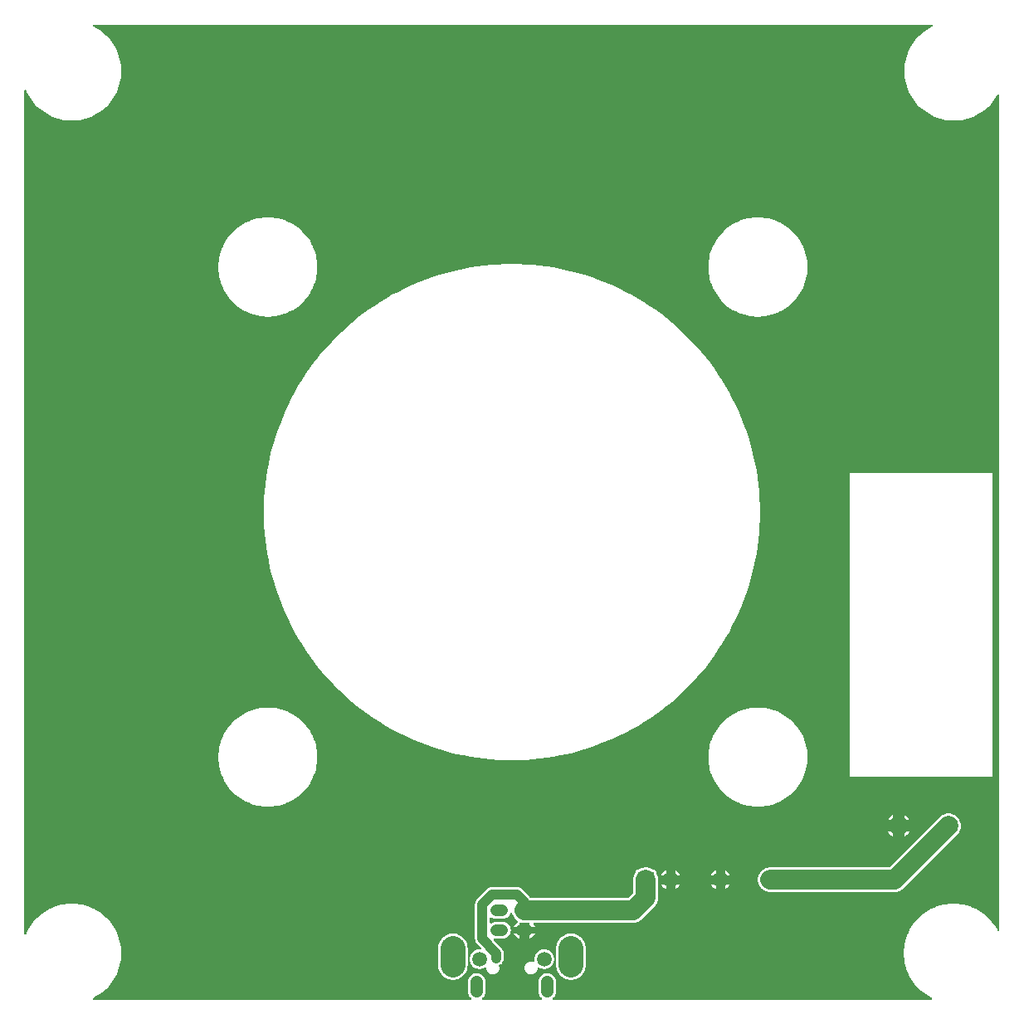
<source format=gbl>
G04 Layer: BottomLayer*
G04 EasyEDA v6.5.1, 2022-08-30 01:02:35*
G04 a67cddfb3fce44daa9051d46cbbcc19f,10*
G04 Gerber Generator version 0.2*
G04 Scale: 100 percent, Rotated: No, Reflected: No *
G04 Dimensions in millimeters *
G04 leading zeros omitted , absolute positions ,4 integer and 5 decimal *
%FSLAX45Y45*%
%MOMM*%

%ADD11C,1.0000*%
%ADD12C,2.0000*%
%ADD13C,0.6096*%
%ADD14C,0.6100*%
%ADD17C,1.6000*%
%ADD18C,1.5000*%
%ADD19C,1.1999*%
%ADD20C,2.5001*%
%ADD21C,1.3000*%

%LPD*%
G36*
X736041Y25908D02*
G01*
X732231Y26670D01*
X728929Y28803D01*
X726744Y32004D01*
X725881Y35864D01*
X726541Y39674D01*
X728624Y43027D01*
X731774Y45313D01*
X735380Y46939D01*
X762812Y61722D01*
X789279Y78130D01*
X814730Y96164D01*
X838962Y115722D01*
X861923Y136702D01*
X883615Y159105D01*
X903833Y182778D01*
X922578Y207670D01*
X939749Y233629D01*
X955294Y260654D01*
X969111Y288544D01*
X981202Y317246D01*
X991514Y346659D01*
X999998Y376631D01*
X1006602Y407060D01*
X1011275Y437845D01*
X1014120Y468884D01*
X1014984Y499973D01*
X1014120Y531114D01*
X1011275Y562152D01*
X1006602Y592937D01*
X999998Y623366D01*
X991514Y653338D01*
X981202Y682752D01*
X969111Y711454D01*
X955294Y739343D01*
X939749Y766368D01*
X922578Y792327D01*
X903833Y817219D01*
X883615Y840892D01*
X861923Y863295D01*
X838962Y884275D01*
X814730Y903833D01*
X789279Y921867D01*
X762812Y938276D01*
X735380Y953008D01*
X707136Y966063D01*
X678078Y977341D01*
X648411Y986790D01*
X618185Y994410D01*
X587552Y1000150D01*
X556666Y1003960D01*
X525576Y1005890D01*
X494436Y1005890D01*
X463346Y1003960D01*
X432409Y1000150D01*
X401828Y994410D01*
X371602Y986790D01*
X341934Y977341D01*
X312877Y966063D01*
X284632Y953008D01*
X257200Y938276D01*
X230733Y921867D01*
X205282Y903833D01*
X181051Y884275D01*
X158038Y863295D01*
X136398Y840892D01*
X116179Y817219D01*
X97434Y792327D01*
X80264Y766368D01*
X64719Y739343D01*
X50901Y711454D01*
X45415Y698500D01*
X43230Y695198D01*
X39928Y693013D01*
X36017Y692251D01*
X32156Y693064D01*
X28854Y695248D01*
X26670Y698550D01*
X25908Y702411D01*
X25908Y9297568D01*
X26670Y9301429D01*
X28854Y9304731D01*
X32156Y9306915D01*
X36017Y9307728D01*
X39928Y9306966D01*
X43230Y9304782D01*
X45415Y9301480D01*
X50901Y9288526D01*
X64719Y9260636D01*
X80264Y9233662D01*
X97434Y9207652D01*
X116179Y9182760D01*
X136398Y9159087D01*
X158038Y9136684D01*
X181051Y9115704D01*
X205282Y9096146D01*
X230733Y9078112D01*
X257200Y9061704D01*
X284632Y9046972D01*
X312877Y9033916D01*
X341934Y9022638D01*
X371602Y9013190D01*
X401828Y9005570D01*
X432409Y8999880D01*
X463346Y8996019D01*
X494436Y8994089D01*
X525576Y8994089D01*
X556666Y8996019D01*
X587552Y8999880D01*
X618185Y9005570D01*
X648411Y9013190D01*
X678078Y9022638D01*
X707136Y9033916D01*
X735380Y9046972D01*
X762812Y9061704D01*
X789279Y9078112D01*
X814730Y9096146D01*
X838962Y9115704D01*
X861923Y9136684D01*
X883615Y9159087D01*
X903833Y9182760D01*
X922578Y9207652D01*
X939749Y9233662D01*
X955294Y9260636D01*
X969111Y9288526D01*
X981202Y9317228D01*
X991514Y9346641D01*
X999998Y9376613D01*
X1006602Y9407042D01*
X1011275Y9437827D01*
X1014120Y9468866D01*
X1014984Y9499955D01*
X1014120Y9531146D01*
X1011275Y9562134D01*
X1006602Y9592919D01*
X999998Y9623399D01*
X991514Y9653371D01*
X981202Y9682734D01*
X969111Y9711436D01*
X955294Y9739376D01*
X939749Y9766350D01*
X922578Y9792360D01*
X903833Y9817201D01*
X883615Y9840874D01*
X861923Y9863277D01*
X838962Y9884308D01*
X814730Y9903815D01*
X789279Y9921849D01*
X762812Y9938258D01*
X735380Y9953040D01*
X731774Y9954717D01*
X728573Y9957003D01*
X726541Y9960305D01*
X725881Y9964166D01*
X726694Y9967976D01*
X728929Y9971176D01*
X732180Y9973360D01*
X736041Y9974072D01*
X9284004Y9974072D01*
X9287814Y9973360D01*
X9291066Y9971176D01*
X9293301Y9967976D01*
X9294164Y9964166D01*
X9293453Y9960305D01*
X9291421Y9957003D01*
X9288221Y9954717D01*
X9284614Y9953040D01*
X9257182Y9938258D01*
X9230715Y9921849D01*
X9205315Y9903866D01*
X9181033Y9884308D01*
X9158071Y9863277D01*
X9136430Y9840874D01*
X9116161Y9817201D01*
X9097416Y9792360D01*
X9080246Y9766350D01*
X9064752Y9739376D01*
X9050883Y9711436D01*
X9038793Y9682734D01*
X9028480Y9653371D01*
X9020048Y9623399D01*
X9013444Y9592919D01*
X9008719Y9562134D01*
X9005925Y9531146D01*
X9005011Y9500006D01*
X9005925Y9468866D01*
X9008719Y9437827D01*
X9013444Y9407042D01*
X9020048Y9376613D01*
X9028480Y9346641D01*
X9038793Y9317228D01*
X9050883Y9288526D01*
X9064752Y9260636D01*
X9080246Y9233662D01*
X9097416Y9207652D01*
X9116161Y9182760D01*
X9136430Y9159087D01*
X9158071Y9136684D01*
X9181033Y9115704D01*
X9205315Y9096146D01*
X9230715Y9078112D01*
X9257182Y9061704D01*
X9284614Y9046972D01*
X9312910Y9033916D01*
X9341916Y9022638D01*
X9371634Y9013190D01*
X9401810Y9005570D01*
X9432442Y8999880D01*
X9463328Y8996019D01*
X9494418Y8994089D01*
X9525558Y8994089D01*
X9556648Y8996019D01*
X9587585Y8999880D01*
X9618167Y9005570D01*
X9648393Y9013190D01*
X9678060Y9022638D01*
X9707118Y9033916D01*
X9735413Y9046972D01*
X9762845Y9061704D01*
X9789312Y9078112D01*
X9814712Y9096146D01*
X9838944Y9115704D01*
X9861956Y9136684D01*
X9883597Y9159087D01*
X9903815Y9182760D01*
X9922560Y9207652D01*
X9939731Y9233662D01*
X9955123Y9260382D01*
X9958070Y9263634D01*
X9962134Y9265310D01*
X9966553Y9265107D01*
X9970465Y9263075D01*
X9973157Y9259620D01*
X9974072Y9255302D01*
X9974072Y734669D01*
X9973106Y730300D01*
X9970312Y726744D01*
X9966248Y724814D01*
X9961727Y724763D01*
X9957663Y726694D01*
X9954818Y730148D01*
X9950297Y739343D01*
X9934752Y766368D01*
X9917582Y792327D01*
X9898837Y817219D01*
X9878618Y840892D01*
X9856927Y863295D01*
X9833965Y884275D01*
X9809683Y903833D01*
X9784283Y921867D01*
X9757816Y938276D01*
X9730384Y953058D01*
X9702088Y966063D01*
X9673082Y977341D01*
X9643414Y986790D01*
X9613188Y994410D01*
X9582556Y1000150D01*
X9551670Y1003960D01*
X9520580Y1005890D01*
X9489440Y1005890D01*
X9458350Y1003960D01*
X9427413Y1000150D01*
X9396831Y994410D01*
X9366605Y986790D01*
X9336938Y977341D01*
X9307880Y966063D01*
X9279585Y953058D01*
X9252153Y938276D01*
X9225686Y921867D01*
X9200286Y903833D01*
X9176054Y884275D01*
X9153042Y863295D01*
X9131401Y840892D01*
X9111183Y817219D01*
X9092438Y792327D01*
X9075267Y766368D01*
X9059722Y739343D01*
X9045905Y711454D01*
X9033814Y682752D01*
X9023502Y653338D01*
X9015018Y623366D01*
X9008414Y592937D01*
X9003690Y562152D01*
X9000896Y531114D01*
X8999982Y500024D01*
X9000896Y468884D01*
X9003690Y437845D01*
X9008414Y407060D01*
X9015018Y376631D01*
X9023502Y346659D01*
X9033814Y317246D01*
X9045905Y288544D01*
X9059722Y260654D01*
X9075267Y233629D01*
X9092438Y207670D01*
X9111183Y182778D01*
X9131401Y159105D01*
X9153042Y136702D01*
X9176054Y115722D01*
X9200286Y96164D01*
X9225686Y78130D01*
X9252153Y61722D01*
X9279585Y46939D01*
X9283242Y45313D01*
X9286392Y43027D01*
X9288475Y39674D01*
X9289135Y35864D01*
X9288272Y32004D01*
X9286087Y28803D01*
X9282785Y26670D01*
X9278975Y25908D01*
X5422747Y25908D01*
X5418734Y26771D01*
X5415330Y29108D01*
X5413197Y32664D01*
X5412638Y36779D01*
X5413756Y40741D01*
X5416346Y43942D01*
X5422036Y48564D01*
X5430520Y57607D01*
X5437632Y67767D01*
X5443372Y78790D01*
X5447538Y90474D01*
X5450027Y102616D01*
X5450890Y115316D01*
X5450890Y204622D01*
X5450027Y217373D01*
X5447538Y229514D01*
X5443372Y241198D01*
X5437632Y252221D01*
X5430520Y262331D01*
X5422036Y271424D01*
X5412435Y279247D01*
X5401818Y285699D01*
X5390438Y290626D01*
X5378500Y293979D01*
X5366207Y295656D01*
X5353812Y295656D01*
X5341518Y293979D01*
X5329580Y290626D01*
X5318201Y285699D01*
X5307584Y279247D01*
X5297982Y271424D01*
X5289499Y262331D01*
X5282336Y252221D01*
X5276646Y241198D01*
X5272481Y229514D01*
X5269941Y217373D01*
X5269077Y204622D01*
X5269077Y115316D01*
X5269941Y102616D01*
X5272481Y90474D01*
X5276646Y78790D01*
X5282336Y67767D01*
X5289499Y57607D01*
X5297982Y48564D01*
X5303621Y43942D01*
X5306263Y40741D01*
X5307380Y36779D01*
X5306822Y32664D01*
X5304637Y29108D01*
X5301284Y26771D01*
X5297220Y25908D01*
X4702759Y25908D01*
X4698746Y26771D01*
X4695342Y29108D01*
X4693208Y32664D01*
X4692650Y36779D01*
X4693767Y40741D01*
X4696358Y43942D01*
X4702048Y48564D01*
X4710480Y57607D01*
X4717643Y67767D01*
X4723384Y78790D01*
X4727498Y90474D01*
X4730038Y102616D01*
X4730902Y115316D01*
X4730902Y204622D01*
X4730038Y217373D01*
X4727498Y229514D01*
X4723384Y241198D01*
X4717643Y252221D01*
X4710480Y262331D01*
X4702048Y271424D01*
X4692396Y279247D01*
X4681829Y285699D01*
X4670450Y290626D01*
X4658512Y293979D01*
X4646218Y295656D01*
X4633823Y295656D01*
X4621530Y293979D01*
X4609541Y290626D01*
X4598212Y285699D01*
X4587595Y279247D01*
X4577943Y271424D01*
X4569510Y262331D01*
X4562348Y252221D01*
X4556658Y241198D01*
X4552492Y229514D01*
X4549952Y217373D01*
X4549089Y204622D01*
X4549089Y115316D01*
X4549952Y102616D01*
X4552492Y90474D01*
X4556658Y78790D01*
X4562348Y67767D01*
X4569510Y57607D01*
X4577943Y48564D01*
X4583633Y43942D01*
X4586274Y40741D01*
X4587341Y36779D01*
X4586782Y32664D01*
X4584649Y29108D01*
X4581296Y26771D01*
X4577232Y25908D01*
G37*

%LPC*%
G36*
X7635290Y1124102D02*
G01*
X8903817Y1124102D01*
X8911590Y1124305D01*
X8919159Y1125016D01*
X8926677Y1126134D01*
X8934094Y1127760D01*
X8941460Y1129792D01*
X8948623Y1132281D01*
X8955684Y1135176D01*
X8962491Y1138529D01*
X8969146Y1142238D01*
X8975496Y1146403D01*
X8981643Y1150874D01*
X8987485Y1155750D01*
X8993124Y1161084D01*
X9542932Y1710893D01*
X9548215Y1716532D01*
X9553092Y1722374D01*
X9557613Y1728470D01*
X9561728Y1734870D01*
X9565487Y1741474D01*
X9568789Y1748332D01*
X9571736Y1755343D01*
X9574225Y1762556D01*
X9576257Y1769872D01*
X9577832Y1777339D01*
X9579000Y1784807D01*
X9579660Y1792427D01*
X9579914Y1799996D01*
X9579660Y1807616D01*
X9579000Y1815185D01*
X9577832Y1822704D01*
X9576257Y1830120D01*
X9574225Y1837486D01*
X9571736Y1844649D01*
X9568789Y1851660D01*
X9565487Y1858518D01*
X9561728Y1865122D01*
X9557613Y1871522D01*
X9553092Y1877669D01*
X9548215Y1883511D01*
X9543034Y1889048D01*
X9537496Y1894230D01*
X9531654Y1899107D01*
X9525508Y1903628D01*
X9519158Y1907743D01*
X9512503Y1911502D01*
X9505696Y1914804D01*
X9498634Y1917700D01*
X9491472Y1920189D01*
X9484106Y1922221D01*
X9476689Y1923846D01*
X9469170Y1924964D01*
X9461601Y1925675D01*
X9453981Y1925878D01*
X9446412Y1925675D01*
X9438843Y1924964D01*
X9431324Y1923846D01*
X9423857Y1922221D01*
X9416542Y1920189D01*
X9409328Y1917700D01*
X9402318Y1914804D01*
X9395510Y1911502D01*
X9388856Y1907743D01*
X9382455Y1903628D01*
X9376359Y1899107D01*
X9370517Y1894230D01*
X9364878Y1888947D01*
X8854795Y1378864D01*
X8851493Y1376680D01*
X8847632Y1375918D01*
X7635290Y1375918D01*
X7619847Y1374952D01*
X7604861Y1372209D01*
X7590383Y1367688D01*
X7576515Y1361490D01*
X7563510Y1353616D01*
X7551521Y1344218D01*
X7540752Y1333500D01*
X7531404Y1321511D01*
X7523530Y1308506D01*
X7517282Y1294638D01*
X7512761Y1280109D01*
X7510018Y1265174D01*
X7509103Y1249984D01*
X7510018Y1234846D01*
X7512761Y1219860D01*
X7517282Y1205382D01*
X7523530Y1191514D01*
X7531404Y1178509D01*
X7540752Y1166520D01*
X7551521Y1155750D01*
X7563510Y1146403D01*
X7576515Y1138529D01*
X7590383Y1132281D01*
X7604861Y1127760D01*
X7619847Y1125016D01*
G37*
G36*
X7494422Y6994093D02*
G01*
X7525562Y6994093D01*
X7556652Y6996023D01*
X7587589Y6999884D01*
X7618171Y7005574D01*
X7648397Y7013194D01*
X7678064Y7022642D01*
X7707122Y7033920D01*
X7735417Y7046975D01*
X7762849Y7061708D01*
X7789316Y7078116D01*
X7814716Y7096150D01*
X7838948Y7115708D01*
X7861960Y7136688D01*
X7883601Y7159091D01*
X7903819Y7182764D01*
X7922564Y7207656D01*
X7939735Y7233615D01*
X7955280Y7260640D01*
X7969097Y7288530D01*
X7981188Y7317231D01*
X7991500Y7346645D01*
X7999984Y7376617D01*
X8006588Y7407046D01*
X8011312Y7437831D01*
X8014106Y7468870D01*
X8015020Y7499959D01*
X8014106Y7531150D01*
X8011312Y7562138D01*
X8006588Y7592923D01*
X7999984Y7623352D01*
X7991500Y7653375D01*
X7981188Y7682738D01*
X7969097Y7711440D01*
X7955280Y7739329D01*
X7939735Y7766354D01*
X7922564Y7792313D01*
X7903819Y7817205D01*
X7883601Y7840878D01*
X7861960Y7863281D01*
X7838948Y7884312D01*
X7814716Y7903819D01*
X7789316Y7921853D01*
X7762849Y7938262D01*
X7735417Y7953044D01*
X7707122Y7966049D01*
X7678064Y7977327D01*
X7648397Y7986775D01*
X7618171Y7994396D01*
X7587589Y8000136D01*
X7556652Y8003946D01*
X7525562Y8005876D01*
X7494422Y8005876D01*
X7463332Y8003946D01*
X7432446Y8000136D01*
X7401814Y7994396D01*
X7371638Y7986775D01*
X7341920Y7977327D01*
X7312914Y7966049D01*
X7284618Y7953044D01*
X7257186Y7938262D01*
X7230719Y7921853D01*
X7205319Y7903819D01*
X7181037Y7884312D01*
X7158075Y7863281D01*
X7136384Y7840878D01*
X7116165Y7817205D01*
X7097420Y7792313D01*
X7080250Y7766354D01*
X7064756Y7739329D01*
X7050887Y7711440D01*
X7038797Y7682738D01*
X7028484Y7653375D01*
X7020052Y7623352D01*
X7013448Y7592923D01*
X7008723Y7562138D01*
X7005878Y7531150D01*
X7005015Y7500010D01*
X7005878Y7468870D01*
X7008723Y7437831D01*
X7013448Y7407046D01*
X7020052Y7376617D01*
X7028484Y7346645D01*
X7038797Y7317231D01*
X7050887Y7288530D01*
X7064756Y7260640D01*
X7080250Y7233615D01*
X7097420Y7207656D01*
X7116165Y7182764D01*
X7136384Y7159091D01*
X7158075Y7136688D01*
X7181037Y7115708D01*
X7205319Y7096150D01*
X7230719Y7078116D01*
X7257186Y7061708D01*
X7284618Y7046975D01*
X7312914Y7033920D01*
X7341920Y7022642D01*
X7371638Y7013194D01*
X7401814Y7005574D01*
X7432446Y6999884D01*
X7463332Y6996023D01*
G37*
G36*
X5602478Y228600D02*
G01*
X5619394Y229565D01*
X5636056Y232410D01*
X5652363Y237083D01*
X5667959Y243535D01*
X5682792Y251764D01*
X5696559Y261518D01*
X5709208Y272796D01*
X5720486Y285445D01*
X5730290Y299212D01*
X5738469Y314045D01*
X5744921Y329692D01*
X5749594Y345948D01*
X5752439Y362610D01*
X5753404Y379780D01*
X5753404Y549198D01*
X5752439Y566369D01*
X5749594Y583082D01*
X5744921Y599338D01*
X5738469Y614984D01*
X5730290Y629767D01*
X5720486Y643585D01*
X5709208Y656183D01*
X5696559Y667461D01*
X5682792Y677265D01*
X5667959Y685444D01*
X5652363Y691946D01*
X5636056Y696620D01*
X5619394Y699465D01*
X5602478Y700379D01*
X5585612Y699465D01*
X5568899Y696620D01*
X5552643Y691946D01*
X5537047Y685444D01*
X5522214Y677265D01*
X5508396Y667461D01*
X5495798Y656183D01*
X5484520Y643585D01*
X5474716Y629767D01*
X5466537Y614984D01*
X5460085Y599338D01*
X5455361Y583082D01*
X5452567Y566369D01*
X5451602Y549198D01*
X5451602Y379780D01*
X5452567Y362610D01*
X5455361Y345948D01*
X5460085Y329692D01*
X5466537Y314045D01*
X5474716Y299212D01*
X5484520Y285445D01*
X5495798Y272796D01*
X5508396Y261518D01*
X5522214Y251764D01*
X5537047Y243535D01*
X5552643Y237083D01*
X5568899Y232410D01*
X5585612Y229565D01*
G37*
G36*
X4397502Y228600D02*
G01*
X4414418Y229565D01*
X4431080Y232410D01*
X4447336Y237083D01*
X4462983Y243535D01*
X4477766Y251764D01*
X4491583Y261518D01*
X4504182Y272796D01*
X4515459Y285445D01*
X4525264Y299212D01*
X4533442Y314045D01*
X4539945Y329692D01*
X4544618Y345948D01*
X4547463Y362610D01*
X4548428Y379780D01*
X4548428Y549198D01*
X4547463Y566369D01*
X4544618Y583082D01*
X4539945Y599338D01*
X4533442Y614984D01*
X4525264Y629767D01*
X4515459Y643585D01*
X4504182Y656183D01*
X4491583Y667461D01*
X4477766Y677265D01*
X4462983Y685444D01*
X4447336Y691946D01*
X4431080Y696620D01*
X4414418Y699465D01*
X4397502Y700379D01*
X4380585Y699465D01*
X4363923Y696620D01*
X4347667Y691946D01*
X4332020Y685444D01*
X4317238Y677265D01*
X4303420Y667461D01*
X4290822Y656183D01*
X4279544Y643585D01*
X4269740Y629767D01*
X4261561Y614984D01*
X4255058Y599338D01*
X4250385Y583082D01*
X4247540Y566369D01*
X4246575Y549198D01*
X4246575Y379780D01*
X4247540Y362610D01*
X4250385Y345948D01*
X4255058Y329692D01*
X4261561Y314045D01*
X4269740Y299212D01*
X4279544Y285445D01*
X4290822Y272796D01*
X4303420Y261518D01*
X4317238Y251764D01*
X4332020Y243535D01*
X4347667Y237083D01*
X4363923Y232410D01*
X4380585Y229565D01*
G37*
G36*
X5192420Y284226D02*
G01*
X5202986Y284632D01*
X5213400Y286766D01*
X5223306Y290525D01*
X5232501Y295808D01*
X5240680Y302514D01*
X5247741Y310438D01*
X5253380Y319430D01*
X5257546Y329184D01*
X5260086Y339445D01*
X5260695Y346862D01*
X5261813Y350774D01*
X5264302Y353872D01*
X5267858Y355803D01*
X5271871Y356158D01*
X5275681Y354990D01*
X5287518Y348488D01*
X5300116Y343662D01*
X5313222Y340512D01*
X5326634Y339191D01*
X5340096Y339648D01*
X5353405Y341884D01*
X5366258Y345846D01*
X5378500Y351536D01*
X5389829Y358800D01*
X5400141Y367487D01*
X5409184Y377494D01*
X5416804Y388569D01*
X5422900Y400608D01*
X5427319Y413359D01*
X5429961Y426567D01*
X5430875Y439978D01*
X5429961Y453440D01*
X5427319Y466648D01*
X5422900Y479399D01*
X5416804Y491439D01*
X5409184Y502513D01*
X5400141Y512521D01*
X5389829Y521208D01*
X5378500Y528472D01*
X5366258Y534162D01*
X5353405Y538124D01*
X5340096Y540359D01*
X5326634Y540816D01*
X5313222Y539496D01*
X5300116Y536346D01*
X5287518Y531520D01*
X5275732Y525018D01*
X5264861Y517042D01*
X5255158Y507695D01*
X5246827Y497078D01*
X5239969Y485495D01*
X5234686Y473100D01*
X5231130Y460095D01*
X5229352Y446735D01*
X5229352Y433273D01*
X5230774Y422757D01*
X5230469Y418592D01*
X5228488Y414934D01*
X5225237Y412343D01*
X5221173Y411276D01*
X5217058Y411937D01*
X5213400Y413308D01*
X5202986Y415442D01*
X5192420Y415848D01*
X5181904Y414578D01*
X5171694Y411632D01*
X5162143Y407111D01*
X5153406Y401066D01*
X5145735Y393700D01*
X5139385Y385267D01*
X5134457Y375869D01*
X5131104Y365810D01*
X5129377Y355346D01*
X5129377Y344728D01*
X5131104Y334264D01*
X5134457Y324205D01*
X5139385Y314807D01*
X5145735Y306374D01*
X5153406Y299008D01*
X5162143Y292963D01*
X5171694Y288442D01*
X5181904Y285496D01*
G37*
G36*
X4802276Y284226D02*
G01*
X4812842Y284632D01*
X4823256Y286766D01*
X4833162Y290525D01*
X4842357Y295808D01*
X4850536Y302514D01*
X4857597Y310438D01*
X4863236Y319430D01*
X4867402Y329184D01*
X4869942Y339445D01*
X4870805Y350012D01*
X4869942Y360629D01*
X4867554Y370332D01*
X4867300Y373735D01*
X4868214Y377088D01*
X4870196Y379882D01*
X4872990Y381914D01*
X4877917Y384302D01*
X4887315Y390652D01*
X4895646Y398373D01*
X4902708Y407263D01*
X4908346Y417068D01*
X4912512Y427634D01*
X4915052Y438708D01*
X4915916Y450392D01*
X4915916Y499618D01*
X4915052Y511301D01*
X4912512Y522376D01*
X4908346Y532942D01*
X4902708Y542747D01*
X4895240Y552094D01*
X4818583Y634187D01*
X4816398Y637844D01*
X4815890Y642112D01*
X4817160Y646176D01*
X4820005Y649325D01*
X4823917Y651103D01*
X4828184Y651052D01*
X4830775Y650494D01*
X4843373Y649579D01*
X4902657Y649579D01*
X4915255Y650494D01*
X4927193Y653084D01*
X4938674Y657402D01*
X4949444Y663244D01*
X4959248Y670610D01*
X4967935Y679246D01*
X4975250Y689051D01*
X4981143Y699820D01*
X4985410Y711301D01*
X4988001Y723290D01*
X4988864Y735482D01*
X4988001Y747725D01*
X4985410Y759714D01*
X4981143Y771194D01*
X4975250Y781913D01*
X4967935Y791718D01*
X4959248Y800404D01*
X4949444Y807770D01*
X4938674Y813612D01*
X4927193Y817880D01*
X4915255Y820521D01*
X4902657Y821385D01*
X4843373Y821385D01*
X4830775Y820521D01*
X4818786Y817880D01*
X4807305Y813612D01*
X4796586Y807770D01*
X4792167Y804468D01*
X4788103Y802640D01*
X4783632Y802741D01*
X4779670Y804722D01*
X4776927Y808228D01*
X4775911Y812596D01*
X4775911Y858418D01*
X4776927Y862787D01*
X4779670Y866292D01*
X4783632Y868273D01*
X4788103Y868375D01*
X4792167Y866546D01*
X4796586Y863244D01*
X4807305Y857402D01*
X4818786Y853084D01*
X4830775Y850493D01*
X4843373Y849579D01*
X4902657Y849579D01*
X4915255Y850493D01*
X4927193Y853084D01*
X4938674Y857402D01*
X4949444Y863244D01*
X4959248Y870610D01*
X4967935Y879246D01*
X4975250Y889050D01*
X4981143Y899820D01*
X4984800Y909675D01*
X4987188Y913333D01*
X4990846Y915669D01*
X4995214Y916228D01*
X4999380Y914908D01*
X5002631Y911961D01*
X5004308Y907948D01*
X5004765Y905408D01*
X5009286Y890930D01*
X5015534Y877062D01*
X5023408Y864057D01*
X5032756Y852068D01*
X5043525Y841298D01*
X5055514Y831951D01*
X5059070Y829767D01*
X5062169Y826871D01*
X5063794Y823010D01*
X5063693Y818743D01*
X5061864Y814933D01*
X5058664Y812190D01*
X5050586Y807770D01*
X5040731Y800404D01*
X5032095Y791718D01*
X5024729Y781913D01*
X5019243Y771855D01*
X5075631Y771855D01*
X5075631Y806145D01*
X5076342Y809853D01*
X5078374Y813053D01*
X5081422Y815289D01*
X5085080Y816254D01*
X5088839Y815848D01*
X5096865Y813308D01*
X5111851Y810564D01*
X5127294Y809650D01*
X5168188Y809650D01*
X5172100Y808888D01*
X5175351Y806653D01*
X5177586Y803351D01*
X5178348Y799490D01*
X5178348Y771855D01*
X5234736Y771855D01*
X5229250Y781913D01*
X5219141Y795578D01*
X5218379Y799490D01*
X5219141Y803351D01*
X5221376Y806653D01*
X5224627Y808888D01*
X5228539Y809650D01*
X6235293Y809650D01*
X6243066Y809853D01*
X6250635Y810564D01*
X6258153Y811682D01*
X6265570Y813308D01*
X6272936Y815340D01*
X6280099Y817829D01*
X6287109Y820724D01*
X6293967Y824077D01*
X6300571Y827786D01*
X6306972Y831951D01*
X6313119Y836421D01*
X6318961Y841298D01*
X6324600Y846632D01*
X6453936Y975969D01*
X6459220Y981608D01*
X6464096Y987450D01*
X6468618Y993546D01*
X6472732Y999947D01*
X6476492Y1006602D01*
X6479794Y1013409D01*
X6482740Y1020419D01*
X6485178Y1027633D01*
X6487261Y1034948D01*
X6488836Y1042416D01*
X6490004Y1049934D01*
X6490665Y1057503D01*
X6490919Y1065225D01*
X6490919Y1249680D01*
X6489954Y1265174D01*
X6487210Y1280109D01*
X6482689Y1294638D01*
X6476492Y1308506D01*
X6472377Y1315262D01*
X6471259Y1317802D01*
X6470904Y1320546D01*
X6470904Y1329436D01*
X6470192Y1335735D01*
X6468262Y1341221D01*
X6465214Y1346098D01*
X6461099Y1350213D01*
X6456222Y1353261D01*
X6450736Y1355191D01*
X6444437Y1355902D01*
X6435547Y1355902D01*
X6432804Y1356258D01*
X6430264Y1357376D01*
X6423507Y1361490D01*
X6409639Y1367688D01*
X6395110Y1372209D01*
X6380175Y1374952D01*
X6364986Y1375867D01*
X6349847Y1374952D01*
X6334861Y1372209D01*
X6320383Y1367688D01*
X6306515Y1361490D01*
X6299708Y1357376D01*
X6297218Y1356258D01*
X6294475Y1355902D01*
X6285585Y1355902D01*
X6279235Y1355191D01*
X6273800Y1353261D01*
X6268872Y1350213D01*
X6264808Y1346098D01*
X6261709Y1341221D01*
X6259830Y1335735D01*
X6259118Y1329436D01*
X6259118Y1320546D01*
X6258712Y1317802D01*
X6257645Y1315262D01*
X6253530Y1308506D01*
X6247282Y1294638D01*
X6242761Y1280109D01*
X6240018Y1265174D01*
X6239103Y1249680D01*
X6239103Y1121460D01*
X6238341Y1117549D01*
X6236106Y1114247D01*
X6186271Y1064412D01*
X6182969Y1062228D01*
X6179108Y1061466D01*
X5198110Y1061466D01*
X5194909Y1061974D01*
X5192064Y1063447D01*
X5189778Y1065733D01*
X5188153Y1068019D01*
X5182514Y1074877D01*
X5101793Y1155598D01*
X5092954Y1162659D01*
X5085334Y1167282D01*
X5083149Y1168400D01*
X5074920Y1171803D01*
X5072583Y1172565D01*
X5063947Y1174699D01*
X5061508Y1175105D01*
X5052669Y1175918D01*
X4797450Y1175918D01*
X4788611Y1175105D01*
X4786172Y1174699D01*
X4777536Y1172565D01*
X4775200Y1171803D01*
X4766970Y1168400D01*
X4764786Y1167282D01*
X4757166Y1162659D01*
X4748326Y1155598D01*
X4644491Y1051763D01*
X4637430Y1042924D01*
X4632807Y1035303D01*
X4631690Y1033119D01*
X4628286Y1024890D01*
X4627524Y1022553D01*
X4625390Y1013917D01*
X4624984Y1011478D01*
X4624171Y1002639D01*
X4624120Y650341D01*
X4624984Y638657D01*
X4627524Y627634D01*
X4631639Y617067D01*
X4637328Y607263D01*
X4644796Y597916D01*
X4682337Y557631D01*
X4684471Y554278D01*
X4685080Y550367D01*
X4684166Y546506D01*
X4681880Y543306D01*
X4678527Y541223D01*
X4674616Y540562D01*
X4666640Y540816D01*
X4653229Y539496D01*
X4640122Y536346D01*
X4627524Y531520D01*
X4615738Y525018D01*
X4604867Y517042D01*
X4595164Y507695D01*
X4586833Y497078D01*
X4579975Y485495D01*
X4574692Y473100D01*
X4571136Y460095D01*
X4569358Y446735D01*
X4569358Y433273D01*
X4571136Y419912D01*
X4574692Y406908D01*
X4579975Y394512D01*
X4586833Y382930D01*
X4595164Y372313D01*
X4604867Y362966D01*
X4615738Y354990D01*
X4627524Y348488D01*
X4640122Y343662D01*
X4653229Y340512D01*
X4666640Y339191D01*
X4680102Y339648D01*
X4693412Y341884D01*
X4706264Y345846D01*
X4718507Y351536D01*
X4723638Y354838D01*
X4727651Y356311D01*
X4731969Y356006D01*
X4735779Y353923D01*
X4738319Y350469D01*
X4739233Y346252D01*
X4739233Y344728D01*
X4740960Y334264D01*
X4744313Y324205D01*
X4749241Y314807D01*
X4755591Y306374D01*
X4763262Y299008D01*
X4771999Y292963D01*
X4781550Y288442D01*
X4791760Y285496D01*
G37*
G36*
X2494432Y6994093D02*
G01*
X2525572Y6994093D01*
X2556662Y6996023D01*
X2587599Y6999884D01*
X2618181Y7005574D01*
X2648407Y7013194D01*
X2678074Y7022642D01*
X2707132Y7033920D01*
X2735376Y7046975D01*
X2762808Y7061708D01*
X2789275Y7078116D01*
X2814726Y7096150D01*
X2838958Y7115708D01*
X2861970Y7136688D01*
X2883611Y7159091D01*
X2903829Y7182764D01*
X2922574Y7207656D01*
X2939745Y7233615D01*
X2955290Y7260640D01*
X2969107Y7288530D01*
X2981198Y7317231D01*
X2991510Y7346645D01*
X2999994Y7376617D01*
X3006598Y7407046D01*
X3011322Y7437831D01*
X3014116Y7468870D01*
X3014980Y7499959D01*
X3014116Y7531150D01*
X3011322Y7562138D01*
X3006598Y7592923D01*
X2999994Y7623352D01*
X2991510Y7653375D01*
X2981198Y7682738D01*
X2969107Y7711440D01*
X2955290Y7739329D01*
X2939745Y7766354D01*
X2922574Y7792313D01*
X2903829Y7817205D01*
X2883611Y7840878D01*
X2861970Y7863281D01*
X2838958Y7884312D01*
X2814726Y7903819D01*
X2789275Y7921853D01*
X2762808Y7938262D01*
X2735376Y7953044D01*
X2707132Y7966049D01*
X2678074Y7977327D01*
X2648407Y7986775D01*
X2618181Y7994396D01*
X2587599Y8000136D01*
X2556662Y8003946D01*
X2525572Y8005876D01*
X2494432Y8005876D01*
X2463342Y8003946D01*
X2432456Y8000136D01*
X2401824Y7994396D01*
X2371598Y7986775D01*
X2341930Y7977327D01*
X2312924Y7966049D01*
X2284628Y7953044D01*
X2257196Y7938262D01*
X2230729Y7921853D01*
X2205329Y7903819D01*
X2181047Y7884312D01*
X2158085Y7863281D01*
X2136394Y7840878D01*
X2116175Y7817205D01*
X2097430Y7792313D01*
X2080260Y7766354D01*
X2064715Y7739329D01*
X2050897Y7711440D01*
X2038807Y7682738D01*
X2028494Y7653375D01*
X2020011Y7623352D01*
X2013407Y7592923D01*
X2008733Y7562138D01*
X2005888Y7531150D01*
X2005025Y7500010D01*
X2005888Y7468870D01*
X2008733Y7437831D01*
X2013407Y7407046D01*
X2020011Y7376617D01*
X2028494Y7346645D01*
X2038807Y7317231D01*
X2050897Y7288530D01*
X2064715Y7260640D01*
X2080260Y7233615D01*
X2097430Y7207656D01*
X2116175Y7182764D01*
X2136394Y7159091D01*
X2158085Y7136688D01*
X2181047Y7115708D01*
X2205329Y7096150D01*
X2230729Y7078116D01*
X2257196Y7061708D01*
X2284628Y7046975D01*
X2312924Y7033920D01*
X2341930Y7022642D01*
X2371598Y7013194D01*
X2401824Y7005574D01*
X2432456Y6999884D01*
X2463342Y6996023D01*
G37*
G36*
X4999990Y2469083D02*
G01*
X5070957Y2470099D01*
X5141925Y2473096D01*
X5212740Y2478024D01*
X5283352Y2484983D01*
X5353812Y2493924D01*
X5423966Y2504846D01*
X5493766Y2517698D01*
X5563158Y2532532D01*
X5632145Y2549296D01*
X5700623Y2567990D01*
X5768594Y2588615D01*
X5835904Y2611120D01*
X5902553Y2635504D01*
X5968542Y2661767D01*
X6033719Y2689809D01*
X6098133Y2719730D01*
X6161633Y2751429D01*
X6224270Y2784906D01*
X6285890Y2820111D01*
X6346545Y2857042D01*
X6406083Y2895650D01*
X6464554Y2935884D01*
X6521856Y2977794D01*
X6577990Y3021279D01*
X6632854Y3066288D01*
X6686448Y3112871D01*
X6738721Y3160877D01*
X6789623Y3210356D01*
X6839102Y3261258D01*
X6887159Y3313531D01*
X6933692Y3367125D01*
X6978751Y3421989D01*
X7022236Y3478123D01*
X7064095Y3535426D01*
X7104380Y3593896D01*
X7142988Y3653485D01*
X7179919Y3714089D01*
X7215124Y3775760D01*
X7248550Y3838346D01*
X7280249Y3901897D01*
X7310170Y3966260D01*
X7338263Y4031487D01*
X7364475Y4097426D01*
X7388859Y4164076D01*
X7411364Y4231436D01*
X7431989Y4299356D01*
X7450683Y4367834D01*
X7467447Y4436821D01*
X7482281Y4506264D01*
X7495133Y4576064D01*
X7506055Y4646218D01*
X7514996Y4716627D01*
X7521956Y4787290D01*
X7526934Y4858105D01*
X7529931Y4929022D01*
X7530896Y4999990D01*
X7529931Y5070957D01*
X7526934Y5141925D01*
X7521956Y5212740D01*
X7514996Y5283352D01*
X7506055Y5353812D01*
X7495133Y5423966D01*
X7482281Y5493766D01*
X7467447Y5563158D01*
X7450683Y5632145D01*
X7431989Y5700623D01*
X7411364Y5768594D01*
X7388859Y5835904D01*
X7364475Y5902553D01*
X7338263Y5968542D01*
X7310170Y6033719D01*
X7280249Y6098133D01*
X7248550Y6161633D01*
X7215124Y6224270D01*
X7179919Y6285890D01*
X7142988Y6346545D01*
X7104380Y6406083D01*
X7064095Y6464554D01*
X7022236Y6521856D01*
X6978751Y6577990D01*
X6933692Y6632854D01*
X6887159Y6686448D01*
X6839102Y6738721D01*
X6789623Y6789623D01*
X6738721Y6839102D01*
X6686448Y6887159D01*
X6632854Y6933692D01*
X6577990Y6978751D01*
X6521856Y7022236D01*
X6464554Y7064095D01*
X6406083Y7104380D01*
X6346545Y7142988D01*
X6285890Y7179919D01*
X6224270Y7215124D01*
X6161633Y7248550D01*
X6098133Y7280249D01*
X6033719Y7310170D01*
X5968542Y7338263D01*
X5902553Y7364475D01*
X5835904Y7388859D01*
X5768594Y7411364D01*
X5700623Y7431989D01*
X5632145Y7450683D01*
X5563158Y7467447D01*
X5493766Y7482281D01*
X5423966Y7495133D01*
X5353812Y7506055D01*
X5283352Y7514996D01*
X5212740Y7521956D01*
X5141925Y7526934D01*
X5070957Y7529931D01*
X4999990Y7530896D01*
X4929022Y7529931D01*
X4858105Y7526934D01*
X4787290Y7521956D01*
X4716627Y7514996D01*
X4646218Y7506055D01*
X4576064Y7495133D01*
X4506264Y7482281D01*
X4436821Y7467447D01*
X4367834Y7450683D01*
X4299356Y7431989D01*
X4231436Y7411364D01*
X4164076Y7388859D01*
X4097426Y7364475D01*
X4031487Y7338263D01*
X3966260Y7310170D01*
X3901897Y7280249D01*
X3838346Y7248550D01*
X3775760Y7215124D01*
X3714089Y7179919D01*
X3653485Y7142988D01*
X3593896Y7104380D01*
X3535426Y7064095D01*
X3478123Y7022236D01*
X3421989Y6978751D01*
X3367125Y6933692D01*
X3313531Y6887159D01*
X3261258Y6839102D01*
X3210356Y6789623D01*
X3160877Y6738721D01*
X3112871Y6686448D01*
X3066288Y6632854D01*
X3021279Y6577990D01*
X2977794Y6521856D01*
X2935884Y6464554D01*
X2895650Y6406083D01*
X2857042Y6346545D01*
X2820111Y6285890D01*
X2784906Y6224270D01*
X2751429Y6161633D01*
X2719730Y6098133D01*
X2689809Y6033719D01*
X2661767Y5968542D01*
X2635504Y5902553D01*
X2611120Y5835904D01*
X2588615Y5768594D01*
X2567990Y5700623D01*
X2549296Y5632145D01*
X2532532Y5563158D01*
X2517698Y5493766D01*
X2504846Y5423966D01*
X2493924Y5353812D01*
X2484983Y5283352D01*
X2478024Y5212740D01*
X2473096Y5141925D01*
X2470099Y5070957D01*
X2469083Y4999990D01*
X2470099Y4929022D01*
X2473096Y4858105D01*
X2478024Y4787290D01*
X2484983Y4716627D01*
X2493924Y4646218D01*
X2504846Y4576064D01*
X2517698Y4506264D01*
X2532532Y4436821D01*
X2549296Y4367834D01*
X2567990Y4299356D01*
X2588615Y4231436D01*
X2611120Y4164076D01*
X2635504Y4097426D01*
X2661767Y4031487D01*
X2689809Y3966260D01*
X2719730Y3901897D01*
X2751429Y3838346D01*
X2784906Y3775760D01*
X2820111Y3714089D01*
X2857042Y3653485D01*
X2895650Y3593896D01*
X2935884Y3535426D01*
X2977794Y3478123D01*
X3021279Y3421989D01*
X3066288Y3367125D01*
X3112871Y3313531D01*
X3160877Y3261258D01*
X3210356Y3210356D01*
X3261258Y3160877D01*
X3313531Y3112871D01*
X3367125Y3066288D01*
X3421989Y3021279D01*
X3478123Y2977794D01*
X3535426Y2935884D01*
X3593896Y2895650D01*
X3653485Y2857042D01*
X3714089Y2820111D01*
X3775760Y2784906D01*
X3838346Y2751429D01*
X3901897Y2719730D01*
X3966260Y2689809D01*
X4031487Y2661767D01*
X4097426Y2635504D01*
X4164076Y2611120D01*
X4231436Y2588615D01*
X4299356Y2567990D01*
X4367834Y2549296D01*
X4436821Y2532532D01*
X4506264Y2517698D01*
X4576064Y2504846D01*
X4646218Y2493924D01*
X4716627Y2484983D01*
X4787290Y2478024D01*
X4858105Y2473096D01*
X4929022Y2470099D01*
G37*
G36*
X8450986Y2300020D02*
G01*
X9898989Y2300020D01*
X9900005Y2300986D01*
X9900005Y5398973D01*
X9898989Y5399989D01*
X8450986Y5399989D01*
X8450021Y5398973D01*
X8450021Y2300986D01*
X8450173Y2300173D01*
G37*
G36*
X7494422Y1994103D02*
G01*
X7525562Y1994103D01*
X7556652Y1996033D01*
X7587589Y1999843D01*
X7618171Y2005584D01*
X7648397Y2013204D01*
X7678064Y2022652D01*
X7707122Y2033930D01*
X7735417Y2046935D01*
X7762849Y2061718D01*
X7789316Y2078126D01*
X7814716Y2096160D01*
X7838948Y2115718D01*
X7861960Y2136698D01*
X7883601Y2159101D01*
X7903819Y2182774D01*
X7922564Y2207666D01*
X7939735Y2233625D01*
X7955280Y2260650D01*
X7969097Y2288540D01*
X7981188Y2317242D01*
X7991500Y2346655D01*
X7999984Y2376627D01*
X8006588Y2407056D01*
X8011312Y2437841D01*
X8014106Y2468880D01*
X8015020Y2499969D01*
X8014106Y2531110D01*
X8011312Y2562148D01*
X8006588Y2592933D01*
X7999984Y2623362D01*
X7991500Y2653334D01*
X7981188Y2682748D01*
X7969097Y2711450D01*
X7955280Y2739339D01*
X7939735Y2766364D01*
X7922564Y2792323D01*
X7903819Y2817215D01*
X7883601Y2840888D01*
X7861960Y2863291D01*
X7838948Y2884271D01*
X7814716Y2903829D01*
X7789316Y2921863D01*
X7762849Y2938272D01*
X7735417Y2953054D01*
X7707122Y2966059D01*
X7678064Y2977337D01*
X7648397Y2986786D01*
X7618171Y2994406D01*
X7587589Y3000146D01*
X7556652Y3003956D01*
X7525562Y3005886D01*
X7494422Y3005886D01*
X7463332Y3003956D01*
X7432446Y3000146D01*
X7401814Y2994406D01*
X7371638Y2986786D01*
X7341920Y2977337D01*
X7312914Y2966059D01*
X7284618Y2953054D01*
X7257186Y2938272D01*
X7230719Y2921863D01*
X7205319Y2903829D01*
X7181037Y2884271D01*
X7158075Y2863291D01*
X7136384Y2840888D01*
X7116165Y2817215D01*
X7097420Y2792323D01*
X7080250Y2766364D01*
X7064756Y2739339D01*
X7050887Y2711450D01*
X7038797Y2682748D01*
X7028484Y2653334D01*
X7020052Y2623362D01*
X7013448Y2592933D01*
X7008723Y2562148D01*
X7005878Y2531110D01*
X7005015Y2500020D01*
X7005878Y2468880D01*
X7008723Y2437841D01*
X7013448Y2407056D01*
X7020052Y2376627D01*
X7028484Y2346655D01*
X7038797Y2317242D01*
X7050887Y2288540D01*
X7064756Y2260650D01*
X7080250Y2233625D01*
X7097420Y2207666D01*
X7116165Y2182774D01*
X7136384Y2159101D01*
X7158075Y2136698D01*
X7181037Y2115718D01*
X7205319Y2096160D01*
X7230719Y2078126D01*
X7257186Y2061718D01*
X7284618Y2046935D01*
X7312914Y2033930D01*
X7341920Y2022652D01*
X7371638Y2013204D01*
X7401814Y2005584D01*
X7432446Y1999843D01*
X7463332Y1996033D01*
G37*
G36*
X2494432Y1994103D02*
G01*
X2525572Y1994103D01*
X2556662Y1996033D01*
X2587599Y1999843D01*
X2618181Y2005584D01*
X2648407Y2013204D01*
X2678074Y2022652D01*
X2707132Y2033930D01*
X2735376Y2046935D01*
X2762808Y2061718D01*
X2789275Y2078126D01*
X2814726Y2096160D01*
X2838958Y2115718D01*
X2861970Y2136698D01*
X2883611Y2159101D01*
X2903829Y2182774D01*
X2922574Y2207666D01*
X2939745Y2233625D01*
X2955290Y2260650D01*
X2969107Y2288540D01*
X2981198Y2317242D01*
X2991510Y2346655D01*
X2999994Y2376627D01*
X3006598Y2407056D01*
X3011322Y2437841D01*
X3014116Y2468880D01*
X3014980Y2499969D01*
X3014116Y2531110D01*
X3011322Y2562148D01*
X3006598Y2592933D01*
X2999994Y2623362D01*
X2991510Y2653334D01*
X2981198Y2682748D01*
X2969107Y2711450D01*
X2955290Y2739339D01*
X2939745Y2766364D01*
X2922574Y2792323D01*
X2903829Y2817215D01*
X2883611Y2840888D01*
X2861970Y2863291D01*
X2838958Y2884271D01*
X2814726Y2903829D01*
X2789275Y2921863D01*
X2762808Y2938272D01*
X2735376Y2953054D01*
X2707132Y2966059D01*
X2678074Y2977337D01*
X2648407Y2986786D01*
X2618181Y2994406D01*
X2587599Y3000146D01*
X2556662Y3003956D01*
X2525572Y3005886D01*
X2494432Y3005886D01*
X2463342Y3003956D01*
X2432456Y3000146D01*
X2401824Y2994406D01*
X2371598Y2986786D01*
X2341930Y2977337D01*
X2312924Y2966059D01*
X2284628Y2953054D01*
X2257196Y2938272D01*
X2230729Y2921863D01*
X2205329Y2903829D01*
X2181047Y2884271D01*
X2158085Y2863291D01*
X2136394Y2840888D01*
X2116175Y2817215D01*
X2097430Y2792323D01*
X2080260Y2766364D01*
X2064715Y2739339D01*
X2050897Y2711450D01*
X2038807Y2682748D01*
X2028494Y2653334D01*
X2020011Y2623362D01*
X2013407Y2592933D01*
X2008733Y2562148D01*
X2005888Y2531110D01*
X2005025Y2500020D01*
X2005888Y2468880D01*
X2008733Y2437841D01*
X2013407Y2407056D01*
X2020011Y2376627D01*
X2028494Y2346655D01*
X2038807Y2317242D01*
X2050897Y2288540D01*
X2064715Y2260650D01*
X2080260Y2233625D01*
X2097430Y2207666D01*
X2116175Y2182774D01*
X2136394Y2159101D01*
X2158085Y2136698D01*
X2181047Y2115718D01*
X2205329Y2096160D01*
X2230729Y2078126D01*
X2257196Y2061718D01*
X2284628Y2046935D01*
X2312924Y2033930D01*
X2341930Y2022652D01*
X2371598Y2013204D01*
X2401824Y2005584D01*
X2432456Y1999843D01*
X2463342Y1996033D01*
G37*
G36*
X5178348Y652475D02*
G01*
X5181193Y653084D01*
X5192674Y657402D01*
X5203444Y663244D01*
X5213248Y670610D01*
X5221935Y679246D01*
X5229250Y689051D01*
X5234736Y699160D01*
X5178348Y699160D01*
G37*
G36*
X5075631Y652475D02*
G01*
X5075631Y699160D01*
X5019243Y699160D01*
X5024729Y689051D01*
X5032095Y679246D01*
X5040731Y670610D01*
X5050586Y663244D01*
X5061305Y657402D01*
X5072786Y653084D01*
G37*
G36*
X8833561Y1856333D02*
G01*
X8889644Y1856333D01*
X8889644Y1912416D01*
X8887510Y1911451D01*
X8874506Y1903628D01*
X8862517Y1894230D01*
X8851747Y1883460D01*
X8842400Y1871522D01*
X8834526Y1858518D01*
G37*
G36*
X9002369Y1856333D02*
G01*
X9058452Y1856333D01*
X9057487Y1858518D01*
X9049613Y1871522D01*
X9040215Y1883460D01*
X9029496Y1894230D01*
X9017508Y1903628D01*
X9004503Y1911451D01*
X9002369Y1912416D01*
G37*
G36*
X8889644Y1687575D02*
G01*
X8889644Y1743659D01*
X8833561Y1743659D01*
X8834526Y1741474D01*
X8842400Y1728470D01*
X8851747Y1716532D01*
X8862517Y1705762D01*
X8874506Y1696415D01*
X8887510Y1688541D01*
G37*
G36*
X9002369Y1687575D02*
G01*
X9004503Y1688541D01*
X9017508Y1696415D01*
X9029496Y1705762D01*
X9040215Y1716532D01*
X9049613Y1728470D01*
X9057487Y1741474D01*
X9058452Y1743659D01*
X9002369Y1743659D01*
G37*
G36*
X7173366Y1296365D02*
G01*
X7221931Y1296365D01*
X7218680Y1302918D01*
X7211009Y1314450D01*
X7201865Y1324864D01*
X7191451Y1334008D01*
X7179919Y1341678D01*
X7173366Y1344930D01*
G37*
G36*
X6524040Y1296365D02*
G01*
X6572656Y1296365D01*
X6572656Y1344930D01*
X6566052Y1341678D01*
X6554520Y1334008D01*
X6544106Y1324864D01*
X6535013Y1314450D01*
X6527292Y1302918D01*
G37*
G36*
X7032040Y1296365D02*
G01*
X7080656Y1296365D01*
X7080656Y1344930D01*
X7074052Y1341678D01*
X7062520Y1334008D01*
X7052106Y1324864D01*
X7043013Y1314450D01*
X7035292Y1302918D01*
G37*
G36*
X6665366Y1296365D02*
G01*
X6713931Y1296365D01*
X6710680Y1302918D01*
X6703009Y1314450D01*
X6693865Y1324864D01*
X6683451Y1334008D01*
X6671919Y1341678D01*
X6665366Y1344930D01*
G37*
G36*
X6572656Y1155039D02*
G01*
X6572656Y1203655D01*
X6524040Y1203655D01*
X6527292Y1197051D01*
X6535013Y1185519D01*
X6544106Y1175105D01*
X6554520Y1166012D01*
X6566052Y1158290D01*
G37*
G36*
X7080656Y1155039D02*
G01*
X7080656Y1203655D01*
X7032040Y1203655D01*
X7035292Y1197051D01*
X7043013Y1185519D01*
X7052106Y1175105D01*
X7062520Y1166012D01*
X7074052Y1158290D01*
G37*
G36*
X6665366Y1155039D02*
G01*
X6671919Y1158290D01*
X6683451Y1166012D01*
X6693865Y1175105D01*
X6703009Y1185519D01*
X6710680Y1197051D01*
X6713931Y1203655D01*
X6665366Y1203655D01*
G37*
G36*
X7173366Y1155039D02*
G01*
X7179919Y1158290D01*
X7191451Y1166012D01*
X7201865Y1175105D01*
X7211009Y1185519D01*
X7218680Y1197051D01*
X7221931Y1203655D01*
X7173366Y1203655D01*
G37*

%LPD*%
D12*
X7635001Y1250000D02*
G01*
X8903987Y1250000D01*
X9453999Y1800011D01*
X6365001Y1250000D02*
G01*
X6365001Y1065088D01*
X6235461Y935548D01*
X5127005Y935548D01*
D11*
X4840003Y449999D02*
G01*
X4840003Y499998D01*
X4700015Y649986D01*
X4700015Y999997D01*
X4800091Y1100073D01*
X5050027Y1100073D01*
X5126990Y1023112D01*
X5126990Y935481D01*
G36*
X6285001Y1329999D02*
G01*
X6445001Y1329999D01*
X6445001Y1170000D01*
X6285001Y1170000D01*
G37*
D17*
G01*
X6619011Y1250010D03*
G01*
X7127011Y1250010D03*
G01*
X7635011Y1250010D03*
D18*
G01*
X4669993Y440004D03*
G01*
X5329986Y440004D03*
D12*
G01*
X8946006Y1800021D03*
G01*
X9454006Y1800021D03*
D13*
G01*
X4796790Y546277D03*
D14*
G01*
X107205Y8892791D03*
G01*
X107205Y7892790D03*
G01*
X107205Y6892790D03*
G01*
X107205Y5892792D03*
G01*
X107205Y4892791D03*
G01*
X107205Y3892791D03*
G01*
X107205Y2892790D03*
G01*
X107205Y1892792D03*
G01*
X1107206Y9892792D03*
G01*
X1107206Y8892791D03*
G01*
X1107206Y7892790D03*
G01*
X1107206Y6892790D03*
G01*
X1107206Y5892792D03*
G01*
X1107206Y4892791D03*
G01*
X1107206Y3892791D03*
G01*
X1107206Y2892790D03*
G01*
X1107206Y1892792D03*
G01*
X1107206Y892792D03*
G01*
X2107206Y9892792D03*
G01*
X2107206Y8892791D03*
G01*
X2107206Y6892790D03*
G01*
X2107206Y5892792D03*
G01*
X2107206Y4892791D03*
G01*
X2107206Y3892791D03*
G01*
X2107206Y1892792D03*
G01*
X3107204Y9892792D03*
G01*
X3107204Y8892791D03*
G01*
X3107204Y7892790D03*
G01*
X3107204Y6892790D03*
G01*
X3107204Y2892790D03*
G01*
X3107204Y1892792D03*
G01*
X4107205Y9892792D03*
G01*
X4107205Y8892791D03*
G01*
X4107205Y7892790D03*
G01*
X4107205Y1892792D03*
G01*
X5107205Y9892792D03*
G01*
X5107205Y8892791D03*
G01*
X5107205Y7892790D03*
G01*
X5107205Y1892792D03*
G01*
X6107206Y9892792D03*
G01*
X6107206Y8892791D03*
G01*
X6107206Y7892790D03*
G01*
X6107206Y1892792D03*
G01*
X7107207Y9892792D03*
G01*
X7107207Y8892791D03*
G01*
X7107207Y6892790D03*
G01*
X7107207Y1892792D03*
G01*
X7107207Y892792D03*
G01*
X8107205Y9892792D03*
G01*
X8107205Y8892791D03*
G01*
X8107205Y7892790D03*
G01*
X8107205Y6892790D03*
G01*
X8107205Y5892792D03*
G01*
X8107205Y4892791D03*
G01*
X8107205Y3892791D03*
G01*
X8107205Y2892790D03*
G01*
X8107205Y1892792D03*
G01*
X8107205Y892792D03*
G01*
X9107205Y8892791D03*
G01*
X9107205Y7892790D03*
G01*
X9107205Y6892790D03*
G01*
X9107205Y5892792D03*
G01*
X9107205Y1892792D03*
D19*
X4903025Y735507D02*
G01*
X4843005Y735507D01*
X4903025Y935507D02*
G01*
X4843005Y935507D01*
X5157025Y735507D02*
G01*
X5097005Y735507D01*
D20*
X4397502Y379521D02*
G01*
X4397502Y549508D01*
X5602503Y379521D02*
G01*
X5602503Y549508D01*
D19*
X5157025Y935507D02*
G01*
X5097005Y935507D01*
D21*
X5359984Y204993D02*
G01*
X5359984Y114993D01*
X4639995Y204993D02*
G01*
X4639995Y114993D01*
M02*

</source>
